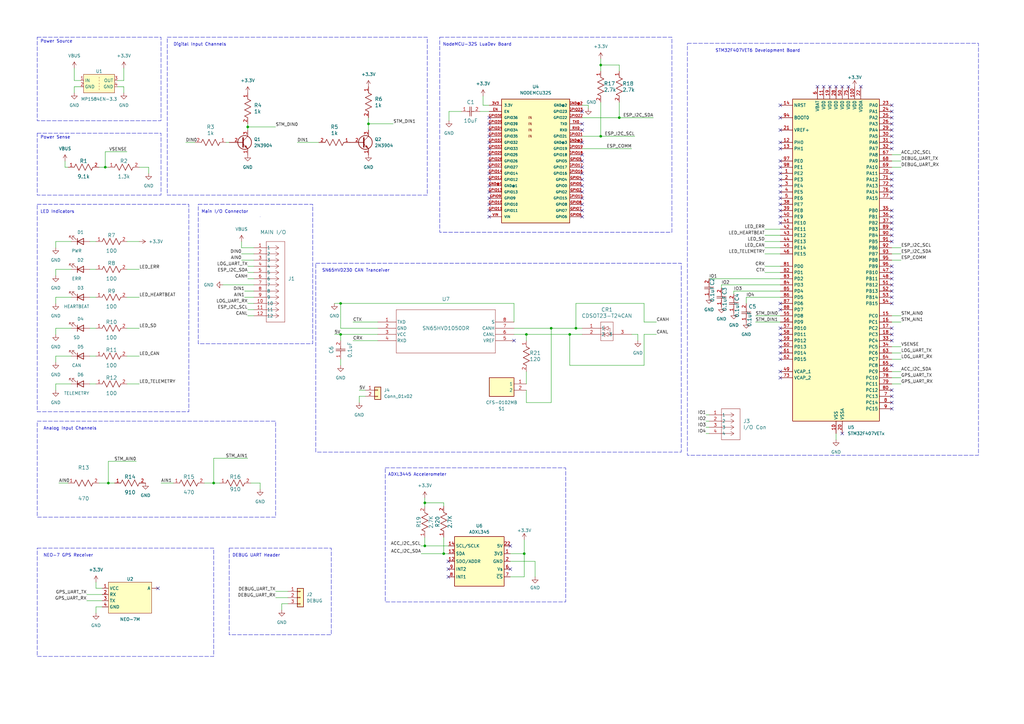
<source format=kicad_sch>
(kicad_sch (version 20231120) (generator "eeschema") (generator_version "8.0")
  (paper "A3")
  (junction (at 139.7 124.46))
  (junction (at 254 48.26))
  (junction (at 43.18 68.58))
  (junction (at 151.13 50.8))
  (junction (at 139.7 137.16))
  (junction (at 215.011 227.076))
  (junction (at 181.991 227.076))
  (junction (at 246.38 55.88))
  (junction (at 236.22 134.62))
  (junction (at 174.244 206.248))
  (junction (at 233.68 137.16))
  (junction (at 174.244 223.901))
  (junction (at 246.38 26.67))
  (junction (at 44.45 198.12))
  (junction (at 87.63 198.12))
  (junction (at 101.6 52.07))
  (junction (at 226.06 134.62))
  (junction (at 215.9 137.16))
  (no_connect (at 320.04 137.16))
  (no_connect (at 238.76 53.34))
  (no_connect (at 337.82 35.56))
  (no_connect (at 365.76 50.8))
  (no_connect (at 238.76 86.36))
  (no_connect (at 365.76 58.42))
  (no_connect (at 365.76 93.98))
  (no_connect (at 320.04 78.74))
  (no_connect (at 238.76 71.12))
  (no_connect (at 238.76 58.42))
  (no_connect (at 320.04 58.42))
  (no_connect (at 200.66 78.74))
  (no_connect (at 200.66 88.9))
  (no_connect (at 365.76 139.7))
  (no_connect (at 365.76 60.96))
  (no_connect (at 64.77 241.3))
  (no_connect (at 320.04 134.62))
  (no_connect (at 365.76 134.62))
  (no_connect (at 200.66 68.58))
  (no_connect (at 200.66 60.96))
  (no_connect (at 320.04 86.36))
  (no_connect (at 238.76 88.9))
  (no_connect (at 320.04 71.12))
  (no_connect (at 365.76 162.56))
  (no_connect (at 209.296 223.901))
  (no_connect (at 238.76 63.5))
  (no_connect (at 365.76 119.38))
  (no_connect (at 320.04 76.2))
  (no_connect (at 200.66 83.82))
  (no_connect (at 365.76 99.06))
  (no_connect (at 200.66 76.2))
  (no_connect (at 365.76 165.1))
  (no_connect (at 365.76 45.72))
  (no_connect (at 365.76 111.76))
  (no_connect (at 365.76 81.28))
  (no_connect (at 200.66 55.88))
  (no_connect (at 320.04 142.24))
  (no_connect (at 365.76 88.9))
  (no_connect (at 200.66 53.34))
  (no_connect (at 200.66 63.5))
  (no_connect (at 365.76 86.36))
  (no_connect (at 365.76 167.64))
  (no_connect (at 320.04 147.32))
  (no_connect (at 238.76 45.72))
  (no_connect (at 365.76 149.86))
  (no_connect (at 238.76 66.04))
  (no_connect (at 365.76 96.52))
  (no_connect (at 365.76 73.66))
  (no_connect (at 200.66 50.8))
  (no_connect (at 183.896 236.601))
  (no_connect (at 183.896 233.426))
  (no_connect (at 365.76 76.2))
  (no_connect (at 365.76 121.92))
  (no_connect (at 200.66 86.36))
  (no_connect (at 353.06 35.56))
  (no_connect (at 320.04 48.26))
  (no_connect (at 238.76 68.58))
  (no_connect (at 335.28 35.56))
  (no_connect (at 320.04 53.34))
  (no_connect (at 320.04 43.18))
  (no_connect (at 238.76 73.66))
  (no_connect (at 320.04 66.04))
  (no_connect (at 365.76 124.46))
  (no_connect (at 365.76 116.84))
  (no_connect (at 365.76 160.02))
  (no_connect (at 200.66 48.26))
  (no_connect (at 210.82 139.7))
  (no_connect (at 320.04 81.28))
  (no_connect (at 200.66 81.28))
  (no_connect (at 320.04 88.9))
  (no_connect (at 320.04 68.58))
  (no_connect (at 365.76 53.34))
  (no_connect (at 238.76 78.74))
  (no_connect (at 238.76 83.82))
  (no_connect (at 365.76 137.16))
  (no_connect (at 238.76 81.28))
  (no_connect (at 320.04 91.44))
  (no_connect (at 320.04 83.82))
  (no_connect (at 365.76 114.3))
  (no_connect (at 320.04 127))
  (no_connect (at 200.66 66.04))
  (no_connect (at 320.04 124.46))
  (no_connect (at 340.36 35.56))
  (no_connect (at 200.66 71.12))
  (no_connect (at 347.98 35.56))
  (no_connect (at 200.66 58.42))
  (no_connect (at 238.76 50.8))
  (no_connect (at 320.04 144.78))
  (no_connect (at 200.66 73.66))
  (no_connect (at 320.04 60.96))
  (no_connect (at 209.296 233.426))
  (no_connect (at 320.04 139.7))
  (no_connect (at 365.76 78.74))
  (no_connect (at 238.76 76.2))
  (no_connect (at 345.44 35.56))
  (no_connect (at 345.44 177.8))
  (no_connect (at 365.76 91.44))
  (no_connect (at 183.896 230.251))
  (no_connect (at 365.76 71.12))
  (no_connect (at 320.04 154.94))
  (no_connect (at 365.76 48.26))
  (no_connect (at 320.04 73.66))
  (no_connect (at 365.76 55.88))
  (no_connect (at 320.04 152.4))
  (no_connect (at 365.76 43.18))
  (no_connect (at 365.76 109.22))
  (no_connect (at 342.9 35.56))
  (wire (pts (xy 43.18 68.58) (xy 43.18 62.23)))
  (wire (pts (xy 104.14 129.54) (xy 101.6 129.54)))
  (wire (pts (xy 22.86 110.49) (xy 22.86 113.03)))
  (wire (pts (xy 254 41.91) (xy 254 48.26)))
  (wire (pts (xy 215.9 137.16) (xy 233.68 137.16)))
  (wire (pts (xy 215.9 152.4) (xy 215.9 157.48)))
  (wire (pts (xy 174.244 220.472) (xy 174.244 223.901)))
  (wire (pts (xy 241.3 43.18) (xy 241.3 44.45)))
  (wire (pts (xy 147.32 160.02) (xy 149.86 160.02)))
  (wire (pts (xy 44.45 198.12) (xy 46.99 198.12)))
  (wire (pts (xy 365.76 152.4) (xy 369.57 152.4)))
  (wire (pts (xy 36.83 110.49) (xy 39.37 110.49)))
  (wire (pts (xy 295.91 116.84) (xy 320.04 116.84)))
  (wire (pts (xy 320.04 119.38) (xy 300.99 119.38)))
  (wire (pts (xy 215.011 227.076) (xy 215.011 236.601)))
  (wire (pts (xy 101.6 52.07) (xy 113.03 52.07)))
  (wire (pts (xy 22.86 157.48) (xy 22.86 160.02)))
  (wire (pts (xy 113.03 245.11) (xy 118.11 245.11)))
  (wire (pts (xy 264.16 132.08) (xy 269.24 132.08)))
  (wire (pts (xy 306.07 121.92) (xy 320.04 121.92)))
  (wire (pts (xy 39.37 248.92) (xy 39.37 251.46)))
  (wire (pts (xy 26.67 66.04) (xy 26.67 68.58)))
  (wire (pts (xy 174.244 206.248) (xy 174.244 207.772)))
  (wire (pts (xy 52.07 99.06) (xy 57.15 99.06)))
  (wire (pts (xy 100.33 121.92) (xy 104.14 121.92)))
  (wire (pts (xy 365.76 104.14) (xy 369.57 104.14)))
  (wire (pts (xy 144.78 132.08) (xy 154.94 132.08)))
  (wire (pts (xy 215.011 221.361) (xy 215.011 227.076)))
  (wire (pts (xy 29.21 157.48) (xy 22.86 157.48)))
  (wire (pts (xy 30.48 27.94) (xy 30.48 33.02)))
  (wire (pts (xy 306.07 124.46) (xy 306.07 121.92)))
  (wire (pts (xy 151.13 50.8) (xy 151.13 53.34)))
  (wire (pts (xy 246.38 29.21) (xy 246.38 26.67)))
  (wire (pts (xy 259.08 137.16) (xy 261.62 137.16)))
  (wire (pts (xy 365.76 147.32) (xy 369.57 147.32)))
  (wire (pts (xy 29.21 134.62) (xy 22.86 134.62)))
  (wire (pts (xy 365.76 157.48) (xy 369.57 157.48)))
  (wire (pts (xy 91.44 116.84) (xy 104.14 116.84)))
  (wire (pts (xy 200.66 43.18) (xy 198.12 43.18)))
  (wire (pts (xy 313.69 109.22) (xy 320.04 109.22)))
  (wire (pts (xy 22.86 146.05) (xy 22.86 148.59)))
  (wire (pts (xy 22.86 99.06) (xy 22.86 101.6)))
  (wire (pts (xy 83.82 198.12) (xy 87.63 198.12)))
  (wire (pts (xy 29.21 146.05) (xy 22.86 146.05)))
  (wire (pts (xy 181.991 227.076) (xy 183.896 227.076)))
  (wire (pts (xy 39.37 238.76) (xy 39.37 241.3)))
  (wire (pts (xy 139.7 134.62) (xy 154.94 134.62)))
  (wire (pts (xy 48.26 35.56) (xy 50.8 35.56)))
  (wire (pts (xy 289.56 175.26) (xy 290.83 175.26)))
  (wire (pts (xy 209.296 236.601) (xy 215.011 236.601)))
  (wire (pts (xy 246.38 55.88) (xy 260.35 55.88)))
  (wire (pts (xy 52.07 110.49) (xy 57.15 110.49)))
  (wire (pts (xy 29.21 99.06) (xy 22.86 99.06)))
  (wire (pts (xy 184.15 45.72) (xy 184.15 49.53)))
  (wire (pts (xy 189.23 45.72) (xy 184.15 45.72)))
  (wire (pts (xy 236.22 124.46) (xy 264.16 124.46)))
  (wire (pts (xy 29.21 110.49) (xy 22.86 110.49)))
  (wire (pts (xy 264.16 137.16) (xy 269.24 137.16)))
  (wire (pts (xy 106.68 198.12) (xy 102.87 198.12)))
  (wire (pts (xy 137.16 124.46) (xy 139.7 124.46)))
  (wire (pts (xy 295.91 118.11) (xy 295.91 116.84)))
  (wire (pts (xy 154.94 137.16) (xy 139.7 137.16)))
  (wire (pts (xy 365.76 68.58) (xy 369.57 68.58)))
  (wire (pts (xy 233.68 149.86) (xy 264.16 149.86)))
  (wire (pts (xy 121.92 58.42) (xy 130.81 58.42)))
  (wire (pts (xy 118.11 247.65) (xy 115.57 247.65)))
  (wire (pts (xy 144.78 139.7) (xy 154.94 139.7)))
  (wire (pts (xy 210.82 132.08) (xy 210.82 124.46)))
  (wire (pts (xy 365.76 101.6) (xy 369.57 101.6)))
  (wire (pts (xy 238.76 43.18) (xy 241.3 43.18)))
  (wire (pts (xy 290.83 114.3) (xy 320.04 114.3)))
  (wire (pts (xy 181.991 206.248) (xy 174.244 206.248)))
  (wire (pts (xy 174.244 223.901) (xy 172.593 223.901)))
  (wire (pts (xy 309.88 132.08) (xy 320.04 132.08)))
  (wire (pts (xy 196.85 45.72) (xy 200.66 45.72)))
  (wire (pts (xy 365.76 106.68) (xy 369.57 106.68)))
  (wire (pts (xy 309.88 129.54) (xy 320.04 129.54)))
  (wire (pts (xy 139.7 147.32) (xy 139.7 149.86)))
  (wire (pts (xy 289.56 170.18) (xy 290.83 170.18)))
  (wire (pts (xy 198.12 39.37) (xy 198.12 43.18)))
  (wire (pts (xy 43.18 62.23) (xy 52.07 62.23)))
  (wire (pts (xy 365.76 63.5) (xy 369.57 63.5)))
  (wire (pts (xy 44.45 189.23) (xy 44.45 198.12)))
  (wire (pts (xy 365.76 132.08) (xy 369.57 132.08)))
  (wire (pts (xy 50.8 35.56) (xy 50.8 38.1)))
  (wire (pts (xy 215.9 165.1) (xy 226.06 165.1)))
  (wire (pts (xy 183.896 223.901) (xy 174.244 223.901)))
  (wire (pts (xy 238.76 48.26) (xy 254 48.26)))
  (wire (pts (xy 210.82 124.46) (xy 139.7 124.46)))
  (wire (pts (xy 57.15 68.58) (xy 60.96 68.58)))
  (wire (pts (xy 41.91 248.92) (xy 39.37 248.92)))
  (wire (pts (xy 181.991 220.345) (xy 181.991 227.076)))
  (wire (pts (xy 233.68 137.16) (xy 238.76 137.16)))
  (wire (pts (xy 44.45 189.23) (xy 55.88 189.23)))
  (wire (pts (xy 24.13 198.12) (xy 27.94 198.12)))
  (wire (pts (xy 254 26.67) (xy 254 29.21)))
  (wire (pts (xy 365.76 129.54) (xy 369.57 129.54)))
  (wire (pts (xy 151.13 50.8) (xy 161.29 50.8)))
  (wire (pts (xy 342.9 180.34) (xy 342.9 177.8)))
  (wire (pts (xy 238.76 60.96) (xy 259.08 60.96)))
  (wire (pts (xy 174.244 204.216) (xy 174.244 206.248)))
  (wire (pts (xy 209.296 230.251) (xy 219.456 230.251)))
  (wire (pts (xy 30.48 35.56) (xy 30.48 38.1)))
  (wire (pts (xy 236.22 134.62) (xy 238.76 134.62)))
  (wire (pts (xy 101.6 52.07) (xy 101.6 53.34)))
  (wire (pts (xy 365.76 142.24) (xy 369.57 142.24)))
  (wire (pts (xy 289.56 177.8) (xy 290.83 177.8)))
  (wire (pts (xy 246.38 41.91) (xy 246.38 55.88)))
  (wire (pts (xy 246.38 26.67) (xy 254 26.67)))
  (wire (pts (xy 41.91 241.3) (xy 39.37 241.3)))
  (wire (pts (xy 209.296 227.076) (xy 215.011 227.076)))
  (wire (pts (xy 50.8 27.94) (xy 50.8 33.02)))
  (wire (pts (xy 43.18 68.58) (xy 44.45 68.58)))
  (wire (pts (xy 101.6 114.3) (xy 104.14 114.3)))
  (wire (pts (xy 22.86 134.62) (xy 22.86 137.16)))
  (wire (pts (xy 365.76 66.04) (xy 369.57 66.04)))
  (wire (pts (xy 40.64 68.58) (xy 43.18 68.58)))
  (wire (pts (xy 36.83 157.48) (xy 39.37 157.48)))
  (wire (pts (xy 264.16 124.46) (xy 264.16 132.08)))
  (wire (pts (xy 139.7 124.46) (xy 139.7 134.62)))
  (wire (pts (xy 313.69 96.52) (xy 320.04 96.52)))
  (wire (pts (xy 87.63 198.12) (xy 90.17 198.12)))
  (wire (pts (xy 365.76 144.78) (xy 369.57 144.78)))
  (wire (pts (xy 36.83 121.92) (xy 39.37 121.92)))
  (wire (pts (xy 365.76 154.94) (xy 369.57 154.94)))
  (wire (pts (xy 261.62 137.16) (xy 261.62 139.7)))
  (wire (pts (xy 210.82 137.16) (xy 215.9 137.16)))
  (wire (pts (xy 26.67 68.58) (xy 27.94 68.58)))
  (wire (pts (xy 226.06 134.62) (xy 236.22 134.62)))
  (wire (pts (xy 137.16 137.16) (xy 139.7 137.16)))
  (wire (pts (xy 100.33 119.38) (xy 104.14 119.38)))
  (wire (pts (xy 101.6 109.22) (xy 104.14 109.22)))
  (wire (pts (xy 254 48.26) (xy 267.97 48.26)))
  (wire (pts (xy 40.64 198.12) (xy 44.45 198.12)))
  (wire (pts (xy 52.07 121.92) (xy 57.15 121.92)))
  (wire (pts (xy 313.69 99.06) (xy 320.04 99.06)))
  (wire (pts (xy 36.83 146.05) (xy 39.37 146.05)))
  (wire (pts (xy 35.56 246.38) (xy 41.91 246.38)))
  (wire (pts (xy 215.9 160.02) (xy 215.9 165.1)))
  (wire (pts (xy 238.76 55.88) (xy 246.38 55.88)))
  (wire (pts (xy 76.2 58.42) (xy 80.01 58.42)))
  (wire (pts (xy 219.456 230.251) (xy 219.456 236.601)))
  (wire (pts (xy 151.13 48.26) (xy 151.13 50.8)))
  (wire (pts (xy 60.96 68.58) (xy 60.96 71.12)))
  (wire (pts (xy 104.14 127) (xy 101.6 127)))
  (wire (pts (xy 48.26 33.02) (xy 50.8 33.02)))
  (wire (pts (xy 99.06 104.14) (xy 104.14 104.14)))
  (wire (pts (xy 52.07 146.05) (xy 57.15 146.05)))
  (wire (pts (xy 233.68 137.16) (xy 233.68 149.86)))
  (wire (pts (xy 289.56 172.72) (xy 290.83 172.72)))
  (wire (pts (xy 106.68 200.66) (xy 106.68 198.12)))
  (wire (pts (xy 52.07 134.62) (xy 57.15 134.62)))
  (wire (pts (xy 36.83 134.62) (xy 39.37 134.62)))
  (wire (pts (xy 30.48 33.02) (xy 33.02 33.02)))
  (wire (pts (xy 99.06 106.68) (xy 104.14 106.68)))
  (wire (pts (xy 210.82 134.62) (xy 226.06 134.62)))
  (wire (pts (xy 172.72 227.076) (xy 181.991 227.076)))
  (wire (pts (xy 264.16 149.86) (xy 264.16 137.16)))
  (wire (pts (xy 113.03 242.57) (xy 118.11 242.57)))
  (wire (pts (xy 236.22 134.62) (xy 236.22 124.46)))
  (wire (pts (xy 52.07 157.48) (xy 57.15 157.48)))
  (wire (pts (xy 147.32 162.56) (xy 147.32 165.1)))
  (wire (pts (xy 99.06 101.6) (xy 104.14 101.6)))
  (wire (pts (xy 92.71 58.42) (xy 93.98 58.42)))
  (wire (pts (xy 22.86 121.92) (xy 22.86 124.46)))
  (wire (pts (xy 104.14 124.46) (xy 101.6 124.46)))
  (wire (pts (xy 181.991 207.645) (xy 181.991 206.248)))
  (wire (pts (xy 313.69 93.98) (xy 320.04 93.98)))
  (wire (pts (xy 313.69 111.76) (xy 320.04 111.76)))
  (wire (pts (xy 36.83 99.06) (xy 39.37 99.06)))
  (wire (pts (xy 35.56 243.84) (xy 41.91 243.84)))
  (wire (pts (xy 87.63 187.96) (xy 101.6 187.96)))
  (wire (pts (xy 149.86 162.56) (xy 147.32 162.56)))
  (wire (pts (xy 215.9 137.16) (xy 215.9 139.7)))
  (wire (pts (xy 101.6 111.76) (xy 104.14 111.76)))
  (wire (pts (xy 115.57 247.65) (xy 115.57 250.19)))
  (wire (pts (xy 313.69 104.14) (xy 320.04 104.14)))
  (wire (pts (xy 101.6 50.8) (xy 101.6 52.07)))
  (wire (pts (xy 33.02 35.56) (xy 30.48 35.56)))
  (wire (pts (xy 99.06 99.06) (xy 99.06 101.6)))
  (wire (pts (xy 313.69 101.6) (xy 320.04 101.6)))
  (wire (pts (xy 29.21 121.92) (xy 22.86 121.92)))
  (wire (pts (xy 139.7 137.16) (xy 139.7 139.7)))
  (wire (pts (xy 66.04 198.12) (xy 71.12 198.12)))
  (wire (pts (xy 246.38 24.13) (xy 246.38 26.67)))
  (wire (pts (xy 87.63 198.12) (xy 87.63 187.96)))
  (wire (pts (xy 226.06 165.1) (xy 226.06 134.62)))
  (wire (pts (xy 300.99 119.38) (xy 300.99 120.65)))
  (rectangle (start 15.24 172.72) (end 113.03 212.09) (stroke (width 0) (type dash)))
  (rectangle (start 129.54 107.95) (end 279.4 185.42) (stroke (width 0) (type dash)))
  (rectangle (start 15.24 54.61) (end 66.04 80.01) (stroke (width 0) (type dash)))
  (rectangle (start 106.68 88.9) (end 106.68 88.9))
  (rectangle (start 157.988 191.897) (end 232.029 246.888) (stroke (width 0) (type dash)))
  (rectangle (start 68.58 15.24) (end 175.26 80.01) (stroke (width 0) (type dash)))
  (rectangle (start 93.98 224.79) (end 135.89 260.35) (stroke (width 0) (type dash)))
  (rectangle (start 281.94 17.78) (end 401.32 186.69) (stroke (width 0) (type dash)))
  (rectangle (start 180.34 15.24) (end 275.59 95.25) (stroke (width 0) (type dash)))
  (rectangle (start 15.24 83.82) (end 77.47 168.91) (stroke (width 0) (type dash)))
  (rectangle (start 15.24 15.24) (end 66.04 49.53) (stroke (width 0) (type dash)))
  (rectangle (start 81.28 83.82) (end 128.27 140.97) (stroke (width 0) (type dash)))
  (rectangle (start 15.24 224.79) (end 87.63 269.24) (stroke (width 0) (type dash)))
  (text "Analog Input Channels" (at 17.78 176.53 0) (effects (font (size 1.27 1.27)) (justify left bottom)))
  (text "NodeMCU-32S LuaDev Board" (at 181.61 19.05 0) (effects (font (size 1.27 1.27)) (justify left bottom)))
  (text "Main I/O Connector\n" (at 82.55 87.63 0) (effects (font (size 1.27 1.27)) (justify left bottom)))
  (text "ADXL3445 Accelerometer\n" (at 159.131 195.453 0) (effects (font (size 1.27 1.27)) (justify left bottom)))
  (text "Power Source" (at 16.51 17.78 0) (effects (font (size 1.27 1.27)) (justify left bottom)))
  (text "NEO-7 GPS Receiver" (at 17.78 228.6 0) (effects (font (size 1.27 1.27)) (justify left bottom)))
  (text "Digital Input Channels" (at 71.12 19.05 0) (effects (font (size 1.27 1.27)) (justify left bottom)))
  (text "LED Indicators" (at 16.51 87.63 0) (effects (font (size 1.27 1.27)) (justify left bottom)))
  (text "STM32F407VET6 Development Board" (at 293.37 21.59 0) (effects (font (size 1.27 1.27)) (justify left bottom)))
  (text "Power Sense" (at 16.51 57.15 0) (effects (font (size 1.27 1.27)) (justify left bottom)))
  (text "DEBUG UART Header" (at 95.25 228.6 0) (effects (font (size 1.27 1.27)) (justify left bottom)))
  (text "SN65HVD230 CAN Tranceiver" (at 132.08 111.76 0) (effects (font (size 1.27 1.27)) (justify left bottom)))
  (label "STM_DIN1" (at 309.88 132.08 0))
  (label "STM_AIN1" (at 101.6 187.96 180))
  (label "DEBUG_UART_RX" (at 113.03 245.11 180))
  (label "LED_TELEMETRY" (at 57.15 157.48 0))
  (label "DIN0" (at 99.06 104.14 180))
  (label "ESP_I2C_SDA" (at 369.57 104.14 0))
  (label "LED_SD" (at 313.69 99.06 180))
  (label "ESP_I2C_SDA" (at 267.97 48.26 180))
  (label "CANL" (at 101.6 129.54 180))
  (label "CTX" (at 144.78 132.08 0))
  (label "ESP_COMM" (at 369.57 106.68 0))
  (label "AIN1" (at 100.33 121.92 180))
  (label "VSENSE" (at 369.57 142.24 0))
  (label "DEBUG_UART_TX" (at 113.03 242.57 180))
  (label "STM_AIN0" (at 55.88 189.23 180))
  (label "LED_CAN" (at 57.15 146.05 0))
  (label "DEBUG_UART_RX" (at 369.57 68.58 0))
  (label "GPS_UART_RX" (at 369.57 157.48 0))
  (label "LOG_UART_RX" (at 101.6 124.46 180))
  (label "STM_DIN0" (at 113.03 52.07 0))
  (label "LED_TELEMETRY" (at 313.69 104.14 180))
  (label "GPS_UART_RX" (at 35.56 246.38 180))
  (label "IO3" (at 289.56 175.26 180))
  (label "AIN0" (at 99.06 106.68 180))
  (label "CANH" (at 101.6 114.3 180))
  (label "CRX" (at 313.69 109.22 180))
  (label "LED_CAN" (at 313.69 101.6 180))
  (label "DEBUG_UART_TX" (at 369.57 66.04 0))
  (label "IO2" (at 289.56 172.72 180))
  (label "IO4" (at 306.07 121.92 0))
  (label "IO2" (at 295.91 116.84 0))
  (label "IO4" (at 289.56 177.8 180))
  (label "IO3" (at 300.99 119.38 0))
  (label "ESP_I2C_SCL" (at 369.57 101.6 0))
  (label "LED_ERR" (at 57.15 110.49 0))
  (label "ACC_I2C_SDA" (at 369.57 152.4 0))
  (label "LED_ERR" (at 313.69 93.98 180))
  (label "LED_HEARTBEAT" (at 57.15 121.92 0))
  (label "IO1" (at 290.83 114.3 0))
  (label "5V" (at 137.16 137.16 0))
  (label "LED_HEARTBEAT" (at 313.69 96.52 180))
  (label "CRX" (at 144.78 139.7 0))
  (label "DIN1" (at 121.92 58.42 0))
  (label "STM_DIN0" (at 309.88 129.54 0))
  (label "ESP_COMM" (at 259.08 60.96 180))
  (label "GPS_UART_TX" (at 35.56 243.84 180))
  (label "ESP_I2C_SCL" (at 101.6 127 180))
  (label "ACC_I2C_SCL" (at 172.593 223.901 180))
  (label "AIN1" (at 66.04 198.12 0))
  (label "ESP_I2C_SCL" (at 260.35 55.88 180))
  (label "DIN0" (at 76.2 58.42 0))
  (label "STM_AIN0" (at 369.57 129.54 0))
  (label "GPS_UART_TX" (at 369.57 154.94 0))
  (label "CANL" (at 269.24 137.16 0))
  (label "VSENSE" (at 52.07 62.23 180))
  (label "DIN1" (at 100.33 119.38 180))
  (label "ACC_I2C_SDA" (at 172.72 227.076 180))
  (label "ACC_I2C_SCL" (at 369.57 63.5 0))
  (label "STM_DIN1" (at 161.29 50.8 0))
  (label "CANH" (at 269.24 132.08 0))
  (label "STM_AIN1" (at 369.57 132.08 0))
  (label "LOG_UART_TX" (at 101.6 109.22 180))
  (label "5V" (at 147.32 160.02 0))
  (label "LOG_UART_RX" (at 369.57 147.32 0))
  (label "LED_SD" (at 57.15 134.62 0))
  (label "IO1" (at 289.56 170.18 180))
  (label "AIN0" (at 24.13 198.12 0))
  (label "ESP_I2C_SDA" (at 101.6 111.76 180))
  (label "CTX" (at 313.69 111.76 180))
  (label "LOG_UART_TX" (at 369.57 144.78 0))
  (symbol (lib_id "power:GND") (at 101.6 63.5 0) (unit 1)
    (property "Reference" "#PWR020" (effects (hide yes)))
    (property "Value" "GND" (at 101.6 68.58 0))
  )
  (symbol (lib_id "RC1206FR_0710KL:RC1206FR-0710KL") (at 52.07 134.62 180) (unit 1)
    (property "Reference" "R10" (at 45.72 132.08 0) (effects (font (size 1.524 1.524))))
    (property "Value" "100" (at 45.72 138.43 0) (effects (font (size 1.524 1.524))))
    (property "Footprint" "RC1206FR_0710KL:RC1206N_YAG" (effects (hide yes)))
    (property "Datasheet" "RC1206FR-0710KL" (effects (hide yes)))
  )
  (symbol (lib_id "RC1206FR_0710KL:RC1206FR-0710KL") (at 102.87 198.12 180) (unit 1)
    (property "Reference" "R16" (at 96.52 195.58 0) (effects (font (size 1.524 1.524))))
    (property "Value" "910" (at 96.52 200.66 0) (effects (font (size 1.524 1.524))))
    (property "Footprint" "RC1206FR_0710KL:RC1206N_YAG" (effects (hide yes)))
    (property "Datasheet" "RC1206FR-0710KL" (effects (hide yes)))
  )
  (symbol (lib_id "NEO-7M:NEO-7M_MODULE") (at 53.34 237.49 0) (unit 1)
    (property "Reference" "U2" (at 53.34 237.49 0))
    (property "Value" "NEO-7M" (at 53.34 254 0))
    (property "Footprint" "footprints:GPS_MODULE" (effects (hide yes)))
  )
  (symbol (lib_id "MP1584EN:MP1584EN_MODULE") (at 40.64 27.94 0) (mirror y) (unit 1)
    (property "Reference" "U1" (at 40.64 29.21 0))
    (property "Value" "MP1584EN-3.3" (at 40.64 40.64 0))
    (property "Footprint" "footprints:MP1584EN_MODULE" (effects (hide yes)))
  )
  (symbol (lib_id "power:+3.3V") (at 57.15 99.06 270) (unit 1)
    (property "Reference" "#PWR014" (effects (hide yes)))
    (property "Value" "+3.3V" (at 60.96 99.06 90) (effects (justify left)))
  )
  (symbol (lib_id "Device:LED") (at 33.02 146.05 0) (mirror x) (unit 1)
    (property "Reference" "D5" (at 33.02 142.24 0))
    (property "Value" "CAN" (at 31.4325 149.86 0))
    (property "Footprint" "LED_THT:LED_D3.0mm" (effects (hide yes)))
  )
  (symbol (lib_id "power:GND") (at 261.62 139.7 0) (unit 1)
    (property "Reference" "#PWR040" (effects (hide yes)))
    (property "Value" "GND" (at 261.62 144.78 0))
  )
  (symbol (lib_id "B4B_XH_A:B4B-XH-A") (at 290.83 170.18 0) (unit 1)
    (property "Reference" "J3" (at 304.8 172.72 0) (effects (font (size 1.524 1.524)) (justify left)))
    (property "Value" "I/O Con" (at 304.8 175.26 0) (effects (font (size 1.524 1.524)) (justify left)))
    (property "Footprint" "CONN_B4B-XH-A_JST" (effects (hide yes)))
    (property "Datasheet" "B4B-XH-A" (effects (hide yes)))
  )
  (symbol (lib_id "RC1206FR_0710KL:RC1206FR-0710KL") (at 130.81 58.42 0) (unit 1)
    (property "Reference" "R5" (at 137.16 52.07 0) (effects (font (size 1.524 1.524))))
    (property "Value" "1k" (at 137.16 54.61 0) (effects (font (size 1.524 1.524))))
    (property "Footprint" "RC1206FR_0710KL:RC1206N_YAG" (effects (hide yes)))
    (property "Datasheet" "RC1206FR-0710KL" (effects (hide yes)))
  )
  (symbol (lib_id "power:GND") (at 91.44 116.84 270) (unit 1)
    (property "Reference" "#PWR017" (effects (hide yes)))
    (property "Value" "GND" (at 87.63 116.84 90) (effects (justify right)))
  )
  (symbol (lib_id "power:+3.3V") (at 350.52 35.56 0) (unit 1)
    (property "Reference" "#PWR036" (effects (hide yes)))
    (property "Value" "+3.3V" (at 350.52 31.75 0))
  )
  (symbol (lib_id "power:GND") (at 115.57 250.19 0) (unit 1)
    (property "Reference" "#PWR022" (effects (hide yes)))
    (property "Value" "GND" (at 115.57 255.27 0))
  )
  (symbol (lib_name "RC1206FR-0710KL_1") (lib_id "RC1206FR_0710KL:RC1206FR-0710KL") (at 40.64 198.12 180) (unit 1)
    (property "Reference" "R13" (at 34.29 191.77 0) (effects (font (size 1.524 1.524))))
    (property "Value" "470" (at 34.29 204.47 0) (effects (font (size 1.524 1.524))))
    (property "Footprint" "RC1206FR_0710KL:RC1206N_YAG" (effects (hide yes)))
    (property "Datasheet" "RC1206FR-0710KL" (effects (hide yes)))
  )
  (symbol (lib_id "RC1206FR_0710KL:RC1206FR-0710KL") (at 215.9 152.4 90) (unit 1)
    (property "Reference" "R21" (at 217.17 144.78 90) (effects (font (size 1.524 1.524)) (justify right)))
    (property "Value" "120" (at 217.17 147.32 90) (effects (font (size 1.524 1.524)) (justify right)))
    (property "Footprint" "RC1206FR_0710KL:RC1206N_YAG" (effects (hide yes)))
    (property "Datasheet" "RC1206FR-0710KL" (effects (hide yes)))
  )
  (symbol (lib_id "Device:LED") (at 33.02 99.06 0) (mirror x) (unit 1)
    (property "Reference" "D1" (at 33.02 95.25 0))
    (property "Value" "PWR" (at 31.4325 102.87 0))
    (property "Footprint" "LED_THT:LED_D3.0mm" (effects (hide yes)))
  )
  (symbol (lib_id "power:VBUS") (at 99.06 99.06 0) (unit 1)
    (property "Reference" "#PWR018" (effects (hide yes)))
    (property "Value" "VBUS" (at 99.06 93.98 0))
  )
  (symbol (lib_id "RC1206FR_0710KL:RC1206FR-0710KL") (at 52.07 157.48 180) (unit 1)
    (property "Reference" "R12" (at 45.72 154.94 0) (effects (font (size 1.524 1.524))))
    (property "Value" "100" (at 45.72 161.29 0) (effects (font (size 1.524 1.524))))
    (property "Footprint" "RC1206FR_0710KL:RC1206N_YAG" (effects (hide yes)))
    (property "Datasheet" "RC1206FR-0710KL" (effects (hide yes)))
  )
  (symbol (lib_id "CL31B106KOHNNWE:CL31B106KOHNNWE") (at 300.99 128.27 90) (unit 1)
    (property "Reference" "C4" (at 302.26 121.92 0) (effects (font (size 1.524 1.524))))
    (property "Value" "0.1uF" (at 302.26 127 0) (effects (font (size 1.524 1.524))))
    (property "Footprint" "CAP_CL31_SAM" (effects (hide yes)))
    (property "Datasheet" "CL31B106KOHNNWE" (effects (hide yes)))
  )
  (symbol (lib_id "CL31B106KOHNNWE:CL31B106KOHNNWE") (at 189.23 45.72 0) (unit 1)
    (property "Reference" "C1" (at 193.04 41.91 0) (effects (font (size 1.524 1.524))))
    (property "Value" "10uF" (at 193.04 49.53 0) (effects (font (size 1.524 1.524))))
    (property "Footprint" "CAP_CL31_SAM" (effects (hide yes)))
    (property "Datasheet" "CL31B106KOHNNWE" (effects (hide yes)))
  )
  (symbol (lib_id "power:GND") (at 22.86 113.03 0) (unit 1)
    (property "Reference" "#PWR02" (effects (hide yes)))
    (property "Value" "GND" (at 22.86 118.11 0))
  )
  (symbol (lib_id "CFS-0102MB:CFS-0102MB") (at 215.9 157.48 0) (mirror y) (unit 1)
    (property "Reference" "S1" (at 205.74 167.64 0))
    (property "Value" "CFS-0102MB" (at 205.74 165.1 0))
    (property "Footprint" "LIB_CFS-0102MB:SOD10040X470N" (effects (hide yes)))
    (property "Datasheet" "https://www.nidec-copal-electronics.com/e/catalog/switch/cfs.pdf" (effects (hide yes)))
    (property "Height" "4.7" (effects (hide yes)))
    (property "Manufacturer_Name" "Copal Electronics" (effects (hide yes)))
    (property "Manufacturer_Part_Number" "CFS-0102MB" (effects (hide yes)))
  )
  (symbol (lib_id "power:GND") (at 219.456 236.601 0) (unit 1)
    (property "Reference" "#PWR038" (effects (hide yes)))
    (property "Value" "GND" (at 219.456 241.046 0))
  )
  (symbol (lib_id "power:+3.3V") (at 174.244 204.216 0) (unit 1)
    (property "Reference" "#PWR039" (effects (hide yes)))
    (property "Value" "+3.3V" (at 174.244 199.136 0))
  )
  (symbol (lib_id "RC1206FR_0710KL:RC1206FR-0710KL") (at 40.64 68.58 180) (unit 1)
    (property "Reference" "R1" (at 34.29 66.04 0) (effects (font (size 1.524 1.524))))
    (property "Value" "9.1k" (at 34.29 72.39 0) (effects (font (size 1.524 1.524))))
    (property "Footprint" "RC1206FR_0710KL:RC1206N_YAG" (effects (hide yes)))
    (property "Datasheet" "RC1206FR-0710KL" (effects (hide yes)))
  )
  (symbol (lib_id "power:+3.3V") (at 246.38 24.13 0) (unit 1)
    (property "Reference" "#PWR030" (effects (hide yes)))
    (property "Value" "+3.3V" (at 246.38 19.05 0))
  )
  (symbol (lib_id "RC1206FR_0710KL:RC1206FR-0710KL") (at 52.07 110.49 180) (unit 1)
    (property "Reference" "R8" (at 45.72 107.95 0) (effects (font (size 1.524 1.524))))
    (property "Value" "100" (at 45.72 114.3 0) (effects (font (size 1.524 1.524))))
    (property "Footprint" "RC1206FR_0710KL:RC1206N_YAG" (effects (hide yes)))
    (property "Datasheet" "RC1206FR-0710KL" (effects (hide yes)))
  )
  (symbol (lib_id "power:GND") (at 59.69 198.12 0) (unit 1)
    (property "Reference" "#PWR015" (effects (hide yes)))
    (property "Value" "GND" (at 59.69 203.2 0))
  )
  (symbol (lib_id "power:+3.3V") (at 198.12 39.37 0) (unit 1)
    (property "Reference" "#PWR028" (effects (hide yes)))
    (property "Value" "+3.3V" (at 198.12 34.29 0))
  )
  (symbol (lib_id "power:GND") (at 60.96 71.12 0) (unit 1)
    (property "Reference" "#PWR016" (effects (hide yes)))
    (property "Value" "GND" (at 60.96 76.2 0))
  )
  (symbol (lib_id "39301121:39301121") (at 104.14 101.6 0) (unit 1)
    (property "Reference" "J1" (at 118.11 114.3 0) (effects (font (size 1.524 1.524)) (justify left)))
    (property "Value" "MAIN I/O" (at 106.68 95.25 0) (effects (font (size 1.524 1.524)) (justify left)))
    (property "Footprint" "CON_39301121" (effects (hide yes)))
    (property "Datasheet" "39301121" (effects (hide yes)))
  )
  (symbol (lib_id "power:GND") (at 39.37 251.46 0) (unit 1)
    (property "Reference" "#PWR011" (effects (hide yes)))
    (property "Value" "GND" (at 39.37 256.54 0))
  )
  (symbol (lib_id "SN65HVD1050DR:SN65HVD1050DR") (at 154.94 132.08 0) (unit 1)
    (property "Reference" "U7" (at 182.88 122.682 0) (effects (font (size 1.524 1.524))))
    (property "Value" "SN65HVD1050DR" (at 182.88 134.62 0) (effects (font (size 1.524 1.524))))
    (property "Footprint" "SN65HVD1050DR:D8" (effects (hide yes)))
    (property "Datasheet" "SN65HVD1050DR" (effects (hide yes)))
  )
  (symbol (lib_id "RC1206FR_0710KL:RC1206FR-0710KL") (at 80.01 58.42 0) (unit 1)
    (property "Reference" "R3" (at 86.36 52.07 0) (effects (font (size 1.524 1.524))))
    (property "Value" "1k" (at 86.36 54.61 0) (effects (font (size 1.524 1.524))))
    (property "Footprint" "RC1206FR_0710KL:RC1206N_YAG" (effects (hide yes)))
    (property "Datasheet" "RC1206FR-0710KL" (effects (hide yes)))
  )
  (symbol (lib_id "RC1206FR_0710KL:RC1206FR-0710KL") (at 151.13 48.26 90) (unit 1)
    (property "Reference" "R6" (at 153.67 40.64 90) (effects (font (size 1.524 1.524)) (justify right)))
    (property "Value" "1k" (at 153.67 43.18 90) (effects (font (size 1.524 1.524)) (justify right)))
    (property "Footprint" "RC1206FR_0710KL:RC1206N_YAG" (effects (hide yes)))
    (property "Datasheet" "RC1206FR-0710KL" (effects (hide yes)))
  )
  (symbol (lib_id "power:+3.3V") (at 50.8 27.94 0) (unit 1)
    (property "Reference" "#PWR012" (effects (hide yes)))
    (property "Value" "+3.3V" (at 50.8 22.86 0))
  )
  (symbol (lib_id "CL31B106KOHNNWE:CL31B106KOHNNWE") (at 306.07 132.08 90) (unit 1)
    (property "Reference" "C5" (at 308.61 125.73 90) (effects (font (size 1.524 1.524))))
    (property "Value" "0.1uF" (at 307.34 130.81 0) (effects (font (size 1.524 1.524))))
    (property "Footprint" "CAP_CL31_SAM" (effects (hide yes)))
    (property "Datasheet" "CL31B106KOHNNWE" (effects (hide yes)))
  )
  (symbol (lib_id "Device:LED") (at 33.02 110.49 0) (mirror x) (unit 1)
    (property "Reference" "D2" (at 33.02 106.68 0))
    (property "Value" "ERR" (at 31.4325 114.3 0))
    (property "Footprint" "LED_THT:LED_D3.0mm" (effects (hide yes)))
  )
  (symbol (lib_id "power:GND") (at 106.68 200.66 0) (unit 1)
    (property "Reference" "#PWR021" (effects (hide yes)))
    (property "Value" "GND" (at 106.68 205.74 0))
  )
  (symbol (lib_id "CL31B106KOHNNWE:CL31B106KOHNNWE") (at 139.7 147.32 90) (unit 1)
    (property "Reference" "C6" (at 135.89 143.51 0) (effects (font (size 1.524 1.524))))
    (property "Value" "0.1uF" (at 143.51 143.51 0) (effects (font (size 1.524 1.524))))
    (property "Footprint" "CAP_CL31_SAM" (effects (hide yes)))
    (property "Datasheet" "CL31B106KOHNNWE" (effects (hide yes)))
  )
  (symbol (lib_id "power:VBUS") (at 30.48 27.94 0) (unit 1)
    (property "Reference" "#PWR08" (effects (hide yes)))
    (property "Value" "VBUS" (at 30.48 22.86 0))
  )
  (symbol (lib_id "RC1206FR_0710KL:RC1206FR-0710KL") (at 52.07 99.06 180) (unit 1)
    (property "Reference" "R7" (at 45.72 96.52 0) (effects (font (size 1.524 1.524))))
    (property "Value" "100" (at 45.72 102.87 0) (effects (font (size 1.524 1.524))))
    (property "Footprint" "RC1206FR_0710KL:RC1206N_YAG" (effects (hide yes)))
    (property "Datasheet" "RC1206FR-0710KL" (effects (hide yes)))
  )
  (symbol (lib_id "MCU_ST_STM32F4:STM32F407VETx") (at 342.9 106.68 0) (unit 1)
    (property "Reference" "U5" (at 347.6341 175.26 0) (effects (justify left)))
    (property "Value" "STM32F407VETx" (at 347.6341 177.8 0) (effects (justify left)))
    (property "Footprint" "footprints:STM32F407_HOLDER" (effects (hide yes)))
    (property "Datasheet" "https://www.st.com/resource/en/datasheet/stm32f407ve.pdf" (effects (hide yes)))
  )
  (symbol (lib_id "power:+3.3V") (at 151.13 35.56 0) (unit 1)
    (property "Reference" "#PWR023" (effects (hide yes)))
    (property "Value" "+3.3V" (at 151.13 30.48 0))
  )
  (symbol (lib_id "power:+3.3V") (at 39.37 238.76 0) (unit 1)
    (property "Reference" "#PWR010" (effects (hide yes)))
    (property "Value" "+3.3V" (at 39.37 233.68 0))
  )
  (symbol (lib_id "Device:LED") (at 33.02 157.48 0) (mirror x) (unit 1)
    (property "Reference" "D6" (at 33.02 153.67 0))
    (property "Value" "TELEMETRY" (at 31.4325 161.29 0))
    (property "Footprint" "LED_THT:LED_D3.0mm" (effects (hide yes)))
  )
  (symbol (lib_id "CL31B106KOHNNWE:CL31B106KOHNNWE") (at 295.91 125.73 90) (unit 1)
    (property "Reference" "C3" (at 297.18 119.38 0) (effects (font (size 1.524 1.524))))
    (property "Value" "0.1uF" (at 297.18 124.46 0) (effects (font (size 1.524 1.524))))
    (property "Footprint" "CAP_CL31_SAM" (effects (hide yes)))
    (property "Datasheet" "CL31B106KOHNNWE" (effects (hide yes)))
  )
  (symbol (lib_id "Connector_Generic:Conn_01x02") (at 154.94 160.02 0) (unit 1)
    (property "Reference" "J4" (at 157.48 160.02 0) (effects (justify left)))
    (property "Value" "Conn_01x02" (at 157.48 162.56 0) (effects (justify left)))
    (property "Footprint" "Connector_PinHeader_2.00mm:PinHeader_1x02_P2.00mm_Vertical" (effects (hide yes)))
  )
  (symbol (lib_id "RC1206FR_0710KL:RC1206FR-0710KL") (at 59.69 198.12 180) (unit 1)
    (property "Reference" "R14" (at 53.34 195.58 0) (effects (font (size 1.524 1.524))))
    (property "Value" "910" (at 53.34 201.93 0) (effects (font (size 1.524 1.524))))
    (property "Footprint" "RC1206FR_0710KL:RC1206N_YAG" (effects (hide yes)))
    (property "Datasheet" "RC1206FR-0710KL" (effects (hide yes)))
  )
  (symbol (lib_id "power:GND") (at 22.86 148.59 0) (unit 1)
    (property "Reference" "#PWR05" (effects (hide yes)))
    (property "Value" "GND" (at 22.86 153.67 0))
  )
  (symbol (lib_id "power:GND") (at 22.86 160.02 0) (unit 1)
    (property "Reference" "#PWR06" (effects (hide yes)))
    (property "Value" "GND" (at 22.86 165.1 0))
  )
  (symbol (lib_id "power:GND") (at 241.3 44.45 0) (unit 1)
    (property "Reference" "#PWR029" (effects (hide yes)))
    (property "Value" "GND" (at 242.57 41.91 0))
  )
  (symbol (lib_id "Device:LED") (at 33.02 134.62 0) (mirror x) (unit 1)
    (property "Reference" "D4" (at 33.02 130.81 0))
    (property "Value" "SD" (at 31.4325 138.43 0))
    (property "Footprint" "LED_THT:LED_D3.0mm" (effects (hide yes)))
  )
  (symbol (lib_id "power:GND") (at 184.15 49.53 0) (unit 1)
    (property "Reference" "#PWR025" (effects (hide yes)))
    (property "Value" "GND" (at 184.15 54.61 0))
  )
  (symbol (lib_id "power:GND") (at 22.86 137.16 0) (unit 1)
    (property "Reference" "#PWR04" (effects (hide yes)))
    (property "Value" "GND" (at 22.86 142.24 0))
  )
  (symbol (lib_id "Transistor_BJT:2N3904") (at 99.06 58.42 0) (unit 1)
    (property "Reference" "Q1" (at 104.14 57.15 0) (effects (justify left)))
    (property "Value" "2N3904" (at 104.14 59.69 0) (effects (justify left)))
    (property "Footprint" "Package_TO_SOT_THT:TO-92_Inline" (effects (hide yes)))
    (property "Datasheet" "https://www.onsemi.com/pub/Collateral/2N3903-D.PDF" (effects (hide yes)))
  )
  (symbol (lib_id "power:GND") (at 342.9 180.34 0) (unit 1)
    (property "Reference" "#PWR031" (effects (hide yes)))
    (property "Value" "GND" (at 342.9 185.42 0))
  )
  (symbol (lib_id "power:GND") (at 295.91 125.73 0) (unit 1)
    (property "Reference" "#PWR032" (effects (hide yes)))
    (property "Value" "GND" (at 295.91 130.81 0))
  )
  (symbol (lib_id "Transistor_BJT:2N3904") (at 148.59 58.42 0) (unit 1)
    (property "Reference" "Q2" (at 153.67 57.15 0) (effects (justify left)))
    (property "Value" "2N3904" (at 153.67 59.69 0) (effects (justify left)))
    (property "Footprint" "Package_TO_SOT_THT:TO-92_Inline" (effects (hide yes)))
    (property "Datasheet" "https://www.onsemi.com/pub/Collateral/2N3903-D.PDF" (effects (hide yes)))
  )
  (symbol (lib_id "RC1206FR_0710KL:RC1206FR-0710KL") (at 246.38 41.91 90) (unit 1)
    (property "Reference" "R17" (at 247.65 34.29 90) (effects (font (size 1.524 1.524)) (justify right)))
    (property "Value" "2.7k" (at 247.65 36.83 90) (effects (font (size 1.524 1.524)) (justify right)))
    (property "Footprint" "RC1206FR_0710KL:RC1206N_YAG" (effects (hide yes)))
    (property "Datasheet" "RC1206FR-0710KL" (effects (hide yes)))
  )
  (symbol (lib_id "power:GND") (at 147.32 165.1 0) (unit 1)
    (property "Reference" "#PWR041" (effects (hide yes)))
    (property "Value" "GND" (at 147.32 170.18 0))
  )
  (symbol (lib_id "RC1206FR_0710KL:RC1206FR-0710KL") (at 181.991 207.645 270) (unit 1)
    (property "Reference" "R20" (at 179.451 213.995 0) (effects (font (size 1.524 1.524))))
    (property "Value" "2.7K" (at 184.531 213.995 0) (effects (font (size 1.524 1.524))))
    (property "Footprint" "RC1206FR_0710KL:RC1206N_YAG" (effects (hide yes)))
    (property "Datasheet" "RC1206FR-0710KL" (effects (hide yes)))
  )
  (symbol (lib_id "RC1206FR_0710KL:RC1206FR-0710KL") (at 52.07 121.92 180) (unit 1)
    (property "Reference" "R9" (at 45.72 119.38 0) (effects (font (size 1.524 1.524))))
    (property "Value" "100" (at 45.72 125.73 0) (effects (font (size 1.524 1.524))))
    (property "Footprint" "RC1206FR_0710KL:RC1206N_YAG" (effects (hide yes)))
    (property "Datasheet" "RC1206FR-0710KL" (effects (hide yes)))
  )
  (symbol (lib_id "RC1206FR_0710KL:RC1206FR-0710KL") (at 174.244 207.772 270) (unit 1)
    (property "Reference" "R19" (at 171.704 214.122 0) (effects (font (size 1.524 1.524))))
    (property "Value" "2.7K" (at 176.784 214.122 0) (effects (font (size 1.524 1.524))))
    (property "Footprint" "RC1206FR_0710KL:RC1206N_YAG" (effects (hide yes)))
    (property "Datasheet" "RC1206FR-0710KL" (effects (hide yes)))
  )
  (symbol (lib_id "Device:LED") (at 33.02 121.92 0) (mirror x) (unit 1)
    (property "Reference" "D3" (at 33.02 118.11 0))
    (property "Value" "HEARTBEAT" (at 31.4325 125.73 0))
    (property "Footprint" "LED_THT:LED_D3.0mm" (effects (hide yes)))
  )
  (symbol (lib_id "power:GND") (at 290.83 121.92 0) (unit 1)
    (property "Reference" "#PWR037" (effects (hide yes)))
    (property "Value" "GND" (at 290.83 127 0))
  )
  (symbol (lib_id "RC1206FR_0710KL:RC1206FR-0710KL") (at 52.07 146.05 180) (unit 1)
    (property "Reference" "R11" (at 45.72 143.51 0) (effects (font (size 1.524 1.524))))
    (property "Value" "100" (at 45.72 149.86 0) (effects (font (size 1.524 1.524))))
    (property "Footprint" "RC1206FR_0710KL:RC1206N_YAG" (effects (hide yes)))
    (property "Datasheet" "RC1206FR-0710KL" (effects (hide yes)))
  )
  (symbol (lib_id "power:GND") (at 300.99 128.27 0) (unit 1)
    (property "Reference" "#PWR033" (effects (hide yes)))
    (property "Value" "GND" (at 300.99 133.35 0))
  )
  (symbol (lib_id "RC1206FR_0710KL:RC1206FR-0710KL") (at 254 41.91 90) (unit 1)
    (property "Reference" "R18" (at 255.27 34.29 90) (effects (font (size 1.524 1.524)) (justify right)))
    (property "Value" "2.7k" (at 255.27 36.83 90) (effects (font (size 1.524 1.524)) (justify right)))
    (property "Footprint" "RC1206FR_0710KL:RC1206N_YAG" (effects (hide yes)))
    (property "Datasheet" "RC1206FR-0710KL" (effects (hide yes)))
  )
  (symbol (lib_id "RC1206FR_0710KL:RC1206FR-0710KL") (at 83.82 198.12 180) (unit 1)
    (property "Reference" "R15" (at 77.47 195.58 0) (effects (font (size 1.524 1.524))))
    (property "Value" "470" (at 77.47 201.93 0) (effects (font (size 1.524 1.524))))
    (property "Footprint" "RC1206FR_0710KL:RC1206N_YAG" (effects (hide yes)))
    (property "Datasheet" "RC1206FR-0710KL" (effects (hide yes)))
  )
  (symbol (lib_id "RC1206FR_0710KL:RC1206FR-0710KL") (at 57.15 68.58 180) (unit 1)
    (property "Reference" "R2" (at 50.8 66.04 0) (effects (font (size 1.524 1.524))))
    (property "Value" "1.3k" (at 50.8 72.39 0) (effects (font (size 1.524 1.524))))
    (property "Footprint" "RC1206FR_0710KL:RC1206N_YAG" (effects (hide yes)))
    (property "Datasheet" "RC1206FR-0710KL" (effects (hide yes)))
  )
  (symbol (lib_id "power:VBUS") (at 26.67 66.04 0) (unit 1)
    (property "Reference" "#PWR07" (effects (hide yes)))
    (property "Value" "VBUS" (at 26.67 60.96 0))
  )
  (symbol (lib_id "power:GND") (at 306.07 132.08 0) (unit 1)
    (property "Reference" "#PWR034" (effects (hide yes)))
    (property "Value" "GND" (at 306.07 137.16 0))
  )
  (symbol (lib_id "Connector_Generic:Conn_01x03") (at 123.19 245.11 0) (unit 1)
    (property "Reference" "J2" (at 125.73 243.84 0) (effects (justify left)))
    (property "Value" "DEBUG" (at 125.73 246.38 0) (effects (justify left)))
    (property "Footprint" "Connector_PinHeader_2.00mm:PinHeader_1x03_P2.00mm_Vertical" (effects (hide yes)))
  )
  (symbol (lib_id "power:GND") (at 137.16 124.46 0) (unit 1)
    (property "Reference" "#PWR027" (effects (hide yes)))
    (property "Value" "GND" (at 137.16 129.54 0))
  )
  (symbol (lib_id "power:+3.3V") (at 101.6 38.1 0) (unit 1)
    (property "Reference" "#PWR019" (effects (hide yes)))
    (property "Value" "+3.3V" (at 101.6 33.02 0))
  )
  (symbol (lib_id "NODEMCU32S:NODEMCU32S") (at 218.44 63.5 0) (unit 1)
    (property "Reference" "U4" (at 219.71 35.56 0))
    (property "Value" "NODEMCU32S" (at 219.71 38.1 0))
    (property "Footprint" "footprints:NODEMCU32S" (effects (hide yes)))
    (property "Description" "\nWIFI MODULE V1\n" (effects (hide yes)))
    (property "MF" "AI-Thinker" (effects (hide yes)))
    (property "Package" "Package" (effects (hide yes)))
    (property "Price" "None" (effects (hide yes)))
    (property "SnapEDA_Link" "https://www.snapeda.com/parts/NODEMCU-32S/AI-Thinker/view-part/?ref=snap" (effects (hide yes)))
    (property "MP" "NODEMCU-32S" (effects (hide yes)))
    (property "Availability" "Not in stock" (effects (hide yes)))
    (property "Check_prices" "https://www.snapeda.com/parts/NODEMCU-32S/AI-Thinker/view-part/?ref=eda" (effects (hide yes)))
  )
  (symbol (lib_id "power:GND") (at 151.13 63.5 0) (unit 1)
    (property "Reference" "#PWR024" (effects (hide yes)))
    (property "Value" "GND" (at 151.13 68.58 0))
  )
  (symbol (lib_id "power:GND") (at 139.7 149.86 0) (unit 1)
    (property "Reference" "#PWR026" (effects (hide yes)))
    (property "Value" "GND" (at 139.7 154.94 0))
  )
  (symbol (lib_id "RC1206FR_0710KL:RC1206FR-0710KL") (at 101.6 50.8 90) (unit 1)
    (property "Reference" "R4" (at 104.14 43.18 90) (effects (font (size 1.524 1.524)) (justify right)))
    (property "Value" "1k" (at 104.14 45.72 90) (effects (font (size 1.524 1.524)) (justify right)))
    (property "Footprint" "RC1206FR_0710KL:RC1206N_YAG" (effects (hide yes)))
    (property "Datasheet" "RC1206FR-0710KL" (effects (hide yes)))
  )
  (symbol (lib_id "power:GND") (at 22.86 124.46 0) (unit 1)
    (property "Reference" "#PWR03" (effects (hide yes)))
    (property "Value" "GND" (at 22.86 129.54 0))
  )
  (symbol (lib_id "ADXL345:ADXL345_MODULE") (at 197.231 214.376 0) (unit 1)
    (property "Reference" "U6" (at 196.596 215.646 0))
    (property "Value" "ADXL345" (at 196.596 218.186 0))
    (property "Footprint" "footprints:ADXL345_MODULE" (effects (hide yes)))
  )
  (symbol (lib_id "power:GND") (at 22.86 101.6 0) (unit 1)
    (property "Reference" "#PWR01" (effects (hide yes)))
    (property "Value" "GND" (at 22.86 106.68 0))
  )
  (symbol (lib_id "ESDA6V1LY:ESDA6V1LY") (at 238.76 134.62 0) (unit 1)
    (property "Reference" "CR1" (at 248.92 127 0) (effects (font (size 1.524 1.524))))
    (property "Value" "CDSOT23-T24CAN" (at 248.92 129.54 0) (effects (font (size 1.524 1.524))))
    (property "Footprint" "ESDA6V1LY:SOT23-3L_STM" (effects (hide yes)))
    (property "Datasheet" "ESDA6V1LY" (effects (hide yes)))
  )
  (symbol (lib_id "power:GND") (at 30.48 38.1 0) (unit 1)
    (property "Reference" "#PWR09" (effects (hide yes)))
    (property "Value" "GND" (at 30.48 43.18 0))
  )
  (symbol (lib_id "power:+3.3V") (at 215.011 221.361 0) (unit 1)
    (property "Reference" "#PWR035" (effects (hide yes)))
    (property "Value" "+3.3V" (at 215.011 217.551 0))
  )
  (symbol (lib_id "power:GND") (at 50.8 38.1 0) (unit 1)
    (property "Reference" "#PWR013" (effects (hide yes)))
    (property "Value" "GND" (at 50.8 43.18 0))
  )
  (symbol (lib_id "CL31B106KOHNNWE:CL31B106KOHNNWE") (at 290.83 121.92 90) (unit 1)
    (property "Reference" "C2" (at 292.1 115.57 0) (effects (font (size 1.524 1.524))))
    (property "Value" "0.1uF" (at 292.1 120.65 0) (effects (font (size 1.524 1.524))))
    (property "Footprint" "CAP_CL31_SAM" (effects (hide yes)))
    (property "Datasheet" "CL31B106KOHNNWE" (effects (hide yes)))
  )
)
</source>
